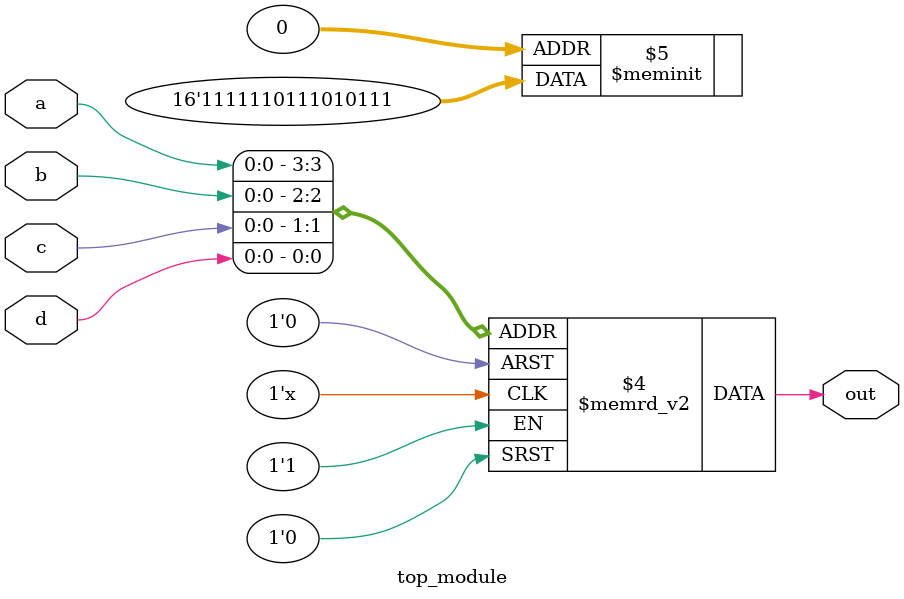
<source format=sv>
module top_module (
    input a, 
    input b,
    input c,
    input d,
    output reg out
);

always @(*) begin
    case ({a, b, c, d})
        4'b0000: out = 1'b1;
        4'b0001: out = 1'b1;
        4'b0010: out = 1'b1;
        4'b0011: out = 1'b0;
        4'b0100: out = 1'b1;
        4'b0101: out = 1'b0;
        4'b0110: out = 1'b1;
        4'b0111: out = 1'b1;
        4'b1000: out = 1'b1;
        4'b1001: out = 1'b0;
        4'b1010: out = 1'b1;
        4'b1011: out = 1'b1;
        4'b1100: out = 1'b1;
        4'b1101: out = 1'b1;
        4'b1110: out = 1'b1;
        4'b1111: out = 1'b1;
    endcase
end

endmodule

</source>
